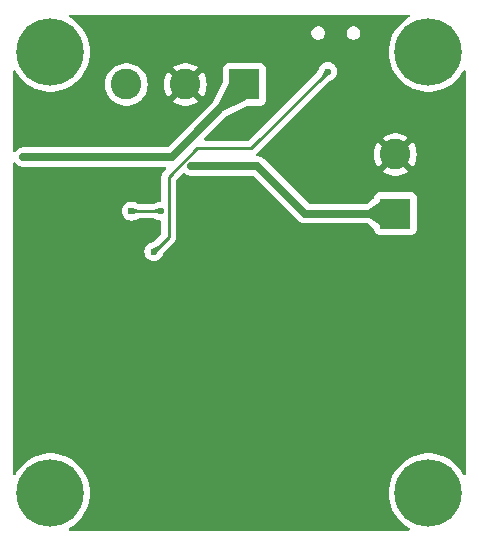
<source format=gbr>
%TF.GenerationSoftware,KiCad,Pcbnew,8.0.3-8.0.3-0~ubuntu22.04.1*%
%TF.CreationDate,2024-06-24T08:31:55-07:00*%
%TF.ProjectId,converter,636f6e76-6572-4746-9572-2e6b69636164,0.1*%
%TF.SameCoordinates,Original*%
%TF.FileFunction,Copper,L2,Bot*%
%TF.FilePolarity,Positive*%
%FSLAX46Y46*%
G04 Gerber Fmt 4.6, Leading zero omitted, Abs format (unit mm)*
G04 Created by KiCad (PCBNEW 8.0.3-8.0.3-0~ubuntu22.04.1) date 2024-06-24 08:31:55*
%MOMM*%
%LPD*%
G01*
G04 APERTURE LIST*
%TA.AperFunction,ComponentPad*%
%ADD10R,2.600000X2.600000*%
%TD*%
%TA.AperFunction,ComponentPad*%
%ADD11C,2.600000*%
%TD*%
%TA.AperFunction,ComponentPad*%
%ADD12C,3.600000*%
%TD*%
%TA.AperFunction,ConnectorPad*%
%ADD13C,5.700000*%
%TD*%
%TA.AperFunction,ViaPad*%
%ADD14C,0.600000*%
%TD*%
%TA.AperFunction,Conductor*%
%ADD15C,0.635000*%
%TD*%
%TA.AperFunction,Conductor*%
%ADD16C,0.254000*%
%TD*%
G04 APERTURE END LIST*
D10*
%TO.P,J2,1,Pin_1*%
%TO.N,HV*%
X115570000Y-64222000D03*
D11*
%TO.P,J2,2,Pin_2*%
%TO.N,GND*%
X115570000Y-59222000D03*
%TD*%
D12*
%TO.P,H3,1*%
%TO.N,N/C*%
X86360000Y-50546000D03*
D13*
X86360000Y-50546000D03*
%TD*%
D12*
%TO.P,H2,1*%
%TO.N,N/C*%
X118364000Y-87884000D03*
D13*
X118364000Y-87884000D03*
%TD*%
D10*
%TO.P,J1,1,Pin_1*%
%TO.N,+5V*%
X102790000Y-53289000D03*
D11*
%TO.P,J1,2,Pin_2*%
%TO.N,GND*%
X97790000Y-53289000D03*
%TO.P,J1,3,Pin_3*%
%TO.N,HVEN*%
X92790000Y-53289000D03*
%TD*%
D12*
%TO.P,H4,1*%
%TO.N,N/C*%
X118364000Y-50546000D03*
D13*
X118364000Y-50546000D03*
%TD*%
D12*
%TO.P,H1,1*%
%TO.N,N/C*%
X86360000Y-87884000D03*
D13*
X86360000Y-87884000D03*
%TD*%
D14*
%TO.N,GND*%
X88519000Y-71755000D03*
X88519000Y-76962000D03*
X95250000Y-73025000D03*
X88519000Y-73533000D03*
X108204000Y-56896000D03*
X93218000Y-75057000D03*
X87249000Y-54356000D03*
X103632000Y-64135000D03*
X90932000Y-76962000D03*
X95250000Y-71755000D03*
X114300000Y-54991000D03*
X93218000Y-71755000D03*
X103632000Y-66802000D03*
X93218000Y-76962000D03*
X93218000Y-73533000D03*
X90932000Y-73533000D03*
X90932000Y-71755000D03*
X90932000Y-75057000D03*
%TO.N,+5V*%
X84074000Y-59436000D03*
%TO.N,HV*%
X98298000Y-60198000D03*
%TO.N,Net-(U1-FBX)*%
X95758000Y-64008000D03*
X93218000Y-64008000D03*
%TO.N,UVLO*%
X95123000Y-67437000D03*
X109855000Y-52197000D03*
%TD*%
D15*
%TO.N,+5V*%
X96643000Y-59436000D02*
X102790000Y-53289000D01*
X84074000Y-59436000D02*
X96643000Y-59436000D01*
%TO.N,HV*%
X103886000Y-60198000D02*
X107910000Y-64222000D01*
X107910000Y-64222000D02*
X115570000Y-64222000D01*
X98298000Y-60198000D02*
X103886000Y-60198000D01*
D16*
%TO.N,Net-(U1-FBX)*%
X93218000Y-64008000D02*
X95758000Y-64008000D01*
%TO.N,UVLO*%
X103378000Y-58674000D02*
X109855000Y-52197000D01*
X98806000Y-58674000D02*
X103378000Y-58674000D01*
X96385000Y-66175000D02*
X96385000Y-61095000D01*
X96385000Y-61095000D02*
X98806000Y-58674000D01*
X95123000Y-67437000D02*
X96385000Y-66175000D01*
%TD*%
%TA.AperFunction,Conductor*%
%TO.N,Net-(U1-FBX)*%
G36*
X93343455Y-63735694D02*
G01*
X93343764Y-63735829D01*
X93448789Y-63783683D01*
X93449160Y-63783861D01*
X93531811Y-63825676D01*
X93605075Y-63856130D01*
X93692546Y-63874712D01*
X93806888Y-63880443D01*
X93814977Y-63884278D01*
X93818000Y-63892127D01*
X93818000Y-64123871D01*
X93814573Y-64132144D01*
X93806886Y-64135556D01*
X93692553Y-64141286D01*
X93692549Y-64141286D01*
X93692546Y-64141287D01*
X93631641Y-64154225D01*
X93605074Y-64159869D01*
X93531813Y-64190322D01*
X93449190Y-64232121D01*
X93448759Y-64232328D01*
X93343795Y-64280155D01*
X93334846Y-64280467D01*
X93328297Y-64274359D01*
X93328148Y-64274019D01*
X93310687Y-64232228D01*
X93218883Y-64012509D01*
X93218857Y-64003556D01*
X93218862Y-64003542D01*
X93328150Y-63741976D01*
X93334500Y-63735667D01*
X93343455Y-63735694D01*
G37*
%TD.AperFunction*%
%TD*%
%TA.AperFunction,Conductor*%
%TO.N,+5V*%
G36*
X102780921Y-53287439D02*
G01*
X102788865Y-53291572D01*
X102791560Y-53298078D01*
X102903517Y-54581014D01*
X102900822Y-54589554D01*
X102897019Y-54592533D01*
X101014912Y-55516923D01*
X101005975Y-55517494D01*
X101001481Y-55514694D01*
X100564305Y-55077518D01*
X100560878Y-55069245D01*
X100562075Y-55064090D01*
X101486467Y-53181978D01*
X101493189Y-53176065D01*
X101497981Y-53175482D01*
X102780921Y-53287439D01*
G37*
%TD.AperFunction*%
%TD*%
%TA.AperFunction,Conductor*%
%TO.N,UVLO*%
G36*
X109588985Y-52086773D02*
G01*
X109759074Y-52156614D01*
X109851184Y-52194436D01*
X109857536Y-52200748D01*
X109857563Y-52200815D01*
X109965217Y-52462991D01*
X109965190Y-52471946D01*
X109958838Y-52478258D01*
X109958492Y-52478394D01*
X109850443Y-52518798D01*
X109849993Y-52518956D01*
X109762017Y-52547821D01*
X109688685Y-52578089D01*
X109688682Y-52578090D01*
X109613696Y-52626799D01*
X109528791Y-52703600D01*
X109520356Y-52706608D01*
X109512669Y-52703196D01*
X109348803Y-52539330D01*
X109345376Y-52531057D01*
X109348399Y-52523208D01*
X109389057Y-52478258D01*
X109425196Y-52438305D01*
X109473908Y-52363315D01*
X109504179Y-52289975D01*
X109533054Y-52201965D01*
X109533185Y-52201592D01*
X109573606Y-52093505D01*
X109579713Y-52086958D01*
X109588662Y-52086646D01*
X109588985Y-52086773D01*
G37*
%TD.AperFunction*%
%TD*%
%TA.AperFunction,Conductor*%
%TO.N,Net-(U1-FBX)*%
G36*
X95647702Y-63741639D02*
G01*
X95647846Y-63741968D01*
X95703309Y-63874712D01*
X95757115Y-64003489D01*
X95757142Y-64012444D01*
X95757115Y-64012511D01*
X95647851Y-64274020D01*
X95641499Y-64280332D01*
X95632544Y-64280305D01*
X95632204Y-64280156D01*
X95527238Y-64232328D01*
X95526807Y-64232121D01*
X95444188Y-64190323D01*
X95370924Y-64159869D01*
X95283453Y-64141287D01*
X95283448Y-64141286D01*
X95283445Y-64141286D01*
X95169114Y-64135556D01*
X95161023Y-64131720D01*
X95158000Y-64123871D01*
X95158000Y-63892127D01*
X95161427Y-63883854D01*
X95169111Y-63880443D01*
X95283453Y-63874712D01*
X95370924Y-63856130D01*
X95444188Y-63825676D01*
X95526855Y-63783852D01*
X95527188Y-63783692D01*
X95632206Y-63735842D01*
X95641153Y-63735531D01*
X95647702Y-63741639D01*
G37*
%TD.AperFunction*%
%TD*%
%TA.AperFunction,Conductor*%
%TO.N,GND*%
G36*
X116761655Y-47391185D02*
G01*
X116807410Y-47443989D01*
X116817354Y-47513147D01*
X116788329Y-47576703D01*
X116758545Y-47601749D01*
X116480981Y-47768755D01*
X116391332Y-47836903D01*
X116191755Y-47988617D01*
X116191745Y-47988625D01*
X115927978Y-48238479D01*
X115692772Y-48515386D01*
X115488884Y-48816098D01*
X115488878Y-48816107D01*
X115318706Y-49137086D01*
X115318700Y-49137098D01*
X115184226Y-49474603D01*
X115184221Y-49474618D01*
X115087030Y-49824670D01*
X115087024Y-49824696D01*
X115028250Y-50183200D01*
X115028248Y-50183217D01*
X115008579Y-50545997D01*
X115008579Y-50546002D01*
X115028248Y-50908782D01*
X115028250Y-50908799D01*
X115087024Y-51267303D01*
X115087030Y-51267329D01*
X115184221Y-51617381D01*
X115184226Y-51617396D01*
X115318700Y-51954901D01*
X115318706Y-51954913D01*
X115488878Y-52275892D01*
X115488884Y-52275901D01*
X115692772Y-52576613D01*
X115845949Y-52756947D01*
X115927979Y-52853521D01*
X116191746Y-53103375D01*
X116480981Y-53323245D01*
X116792292Y-53510555D01*
X116792294Y-53510556D01*
X116792296Y-53510557D01*
X116792300Y-53510559D01*
X117077602Y-53642553D01*
X117122031Y-53663108D01*
X117466330Y-53779116D01*
X117821153Y-53857218D01*
X118182341Y-53896500D01*
X118182347Y-53896500D01*
X118545653Y-53896500D01*
X118545659Y-53896500D01*
X118906847Y-53857218D01*
X119261670Y-53779116D01*
X119605969Y-53663108D01*
X119935708Y-53510555D01*
X120247019Y-53323245D01*
X120536254Y-53103375D01*
X120800021Y-52853521D01*
X121035227Y-52576614D01*
X121239117Y-52275900D01*
X121304945Y-52151734D01*
X121353738Y-52101727D01*
X121421823Y-52086035D01*
X121487583Y-52109645D01*
X121530139Y-52165058D01*
X121538500Y-52209819D01*
X121538500Y-86220180D01*
X121518815Y-86287219D01*
X121466011Y-86332974D01*
X121396853Y-86342918D01*
X121333297Y-86313893D01*
X121304945Y-86278263D01*
X121239121Y-86154107D01*
X121239119Y-86154104D01*
X121239117Y-86154100D01*
X121035227Y-85853386D01*
X120800021Y-85576479D01*
X120536254Y-85326625D01*
X120536244Y-85326617D01*
X120467635Y-85274462D01*
X120247019Y-85106755D01*
X119935708Y-84919445D01*
X119935707Y-84919444D01*
X119935703Y-84919442D01*
X119935699Y-84919440D01*
X119605979Y-84766896D01*
X119605974Y-84766894D01*
X119605969Y-84766892D01*
X119438143Y-84710344D01*
X119261669Y-84650883D01*
X118906845Y-84572781D01*
X118545660Y-84533500D01*
X118545659Y-84533500D01*
X118182341Y-84533500D01*
X118182339Y-84533500D01*
X117821154Y-84572781D01*
X117466330Y-84650883D01*
X117200178Y-84740560D01*
X117122031Y-84766892D01*
X117122028Y-84766893D01*
X117122020Y-84766896D01*
X116792300Y-84919440D01*
X116792296Y-84919442D01*
X116560453Y-85058937D01*
X116480981Y-85106755D01*
X116391332Y-85174903D01*
X116191755Y-85326617D01*
X116191745Y-85326625D01*
X115927978Y-85576479D01*
X115692772Y-85853386D01*
X115488884Y-86154098D01*
X115488878Y-86154107D01*
X115318706Y-86475086D01*
X115318700Y-86475098D01*
X115184226Y-86812603D01*
X115184221Y-86812618D01*
X115087030Y-87162670D01*
X115087024Y-87162696D01*
X115028250Y-87521200D01*
X115028248Y-87521217D01*
X115008579Y-87883997D01*
X115008579Y-87884002D01*
X115028248Y-88246782D01*
X115028250Y-88246799D01*
X115087024Y-88605303D01*
X115087030Y-88605329D01*
X115184221Y-88955381D01*
X115184226Y-88955396D01*
X115318700Y-89292901D01*
X115318706Y-89292913D01*
X115488878Y-89613892D01*
X115488881Y-89613897D01*
X115488883Y-89613900D01*
X115692773Y-89914614D01*
X115927979Y-90191521D01*
X116191746Y-90441375D01*
X116480981Y-90661245D01*
X116758545Y-90828250D01*
X116805840Y-90879679D01*
X116817822Y-90948514D01*
X116790687Y-91012899D01*
X116733050Y-91052393D01*
X116694616Y-91058500D01*
X88029384Y-91058500D01*
X87962345Y-91038815D01*
X87916590Y-90986011D01*
X87906646Y-90916853D01*
X87935671Y-90853297D01*
X87965455Y-90828250D01*
X88243019Y-90661245D01*
X88532254Y-90441375D01*
X88796021Y-90191521D01*
X89031227Y-89914614D01*
X89235117Y-89613900D01*
X89405298Y-89292905D01*
X89539775Y-88955391D01*
X89636973Y-88605316D01*
X89695751Y-88246785D01*
X89715421Y-87884000D01*
X89695751Y-87521215D01*
X89636973Y-87162684D01*
X89619097Y-87098303D01*
X89539778Y-86812618D01*
X89539773Y-86812603D01*
X89405299Y-86475098D01*
X89405298Y-86475095D01*
X89293881Y-86264940D01*
X89235121Y-86154107D01*
X89235119Y-86154104D01*
X89235117Y-86154100D01*
X89031227Y-85853386D01*
X88796021Y-85576479D01*
X88532254Y-85326625D01*
X88532244Y-85326617D01*
X88463635Y-85274462D01*
X88243019Y-85106755D01*
X87931708Y-84919445D01*
X87931707Y-84919444D01*
X87931703Y-84919442D01*
X87931699Y-84919440D01*
X87601979Y-84766896D01*
X87601974Y-84766894D01*
X87601969Y-84766892D01*
X87434143Y-84710344D01*
X87257669Y-84650883D01*
X86902845Y-84572781D01*
X86541660Y-84533500D01*
X86541659Y-84533500D01*
X86178341Y-84533500D01*
X86178339Y-84533500D01*
X85817154Y-84572781D01*
X85462330Y-84650883D01*
X85196178Y-84740560D01*
X85118031Y-84766892D01*
X85118028Y-84766893D01*
X85118020Y-84766896D01*
X84788300Y-84919440D01*
X84788296Y-84919442D01*
X84556453Y-85058937D01*
X84476981Y-85106755D01*
X84387332Y-85174903D01*
X84187755Y-85326617D01*
X84187745Y-85326625D01*
X83923978Y-85576479D01*
X83688772Y-85853386D01*
X83484884Y-86154098D01*
X83484878Y-86154107D01*
X83419055Y-86278263D01*
X83370262Y-86328273D01*
X83302177Y-86343964D01*
X83236417Y-86320354D01*
X83193860Y-86264940D01*
X83185500Y-86220180D01*
X83185500Y-59987400D01*
X83205185Y-59920361D01*
X83257989Y-59874606D01*
X83327147Y-59864662D01*
X83390703Y-59893687D01*
X83412601Y-59918508D01*
X83426227Y-59938900D01*
X83438619Y-59957447D01*
X83552552Y-60071380D01*
X83686533Y-60160903D01*
X83760965Y-60191733D01*
X83835398Y-60222565D01*
X83993429Y-60253999D01*
X83993433Y-60254000D01*
X83993434Y-60254000D01*
X96039219Y-60254000D01*
X96106258Y-60273685D01*
X96152013Y-60326489D01*
X96161957Y-60395647D01*
X96132932Y-60459203D01*
X96126900Y-60465681D01*
X95984992Y-60607589D01*
X95941289Y-60651292D01*
X95897586Y-60694994D01*
X95897585Y-60694996D01*
X95828233Y-60798789D01*
X95826586Y-60803393D01*
X95781614Y-60911964D01*
X95779438Y-60922903D01*
X95763394Y-61003565D01*
X95763394Y-61003566D01*
X95757500Y-61033195D01*
X95757500Y-63091677D01*
X95737815Y-63158716D01*
X95685011Y-63204471D01*
X95647385Y-63214897D01*
X95578747Y-63222631D01*
X95450517Y-63267500D01*
X95444413Y-63269459D01*
X95435735Y-63271999D01*
X95422614Y-63275840D01*
X95417880Y-63277996D01*
X95414190Y-63279678D01*
X95411416Y-63280794D01*
X95407028Y-63282909D01*
X95404617Y-63284039D01*
X95317599Y-63323688D01*
X95308268Y-63328056D01*
X95307967Y-63328200D01*
X95298564Y-63332836D01*
X95245302Y-63359784D01*
X95195534Y-63372983D01*
X95143821Y-63375575D01*
X95096807Y-63379871D01*
X95096764Y-63379411D01*
X95084905Y-63380500D01*
X93869395Y-63380500D01*
X93845628Y-63378201D01*
X93832189Y-63375576D01*
X93832182Y-63375575D01*
X93780464Y-63372983D01*
X93730695Y-63359785D01*
X93677339Y-63332791D01*
X93667850Y-63328114D01*
X93667629Y-63328008D01*
X93667455Y-63327925D01*
X93658385Y-63323683D01*
X93658369Y-63323675D01*
X93658329Y-63323657D01*
X93571464Y-63284077D01*
X93569104Y-63282972D01*
X93564529Y-63280770D01*
X93561766Y-63279659D01*
X93553360Y-63275829D01*
X93553302Y-63275803D01*
X93546216Y-63272640D01*
X93545834Y-63272473D01*
X93545806Y-63272462D01*
X93487341Y-63251104D01*
X93487328Y-63251100D01*
X93484048Y-63250619D01*
X93461117Y-63244978D01*
X93397252Y-63222631D01*
X93218004Y-63202435D01*
X93217996Y-63202435D01*
X93038750Y-63222630D01*
X93038745Y-63222631D01*
X92868476Y-63282211D01*
X92715737Y-63378184D01*
X92588184Y-63505737D01*
X92492211Y-63658476D01*
X92432631Y-63828745D01*
X92432630Y-63828750D01*
X92412435Y-64007996D01*
X92412435Y-64008003D01*
X92432630Y-64187249D01*
X92432631Y-64187254D01*
X92492211Y-64357523D01*
X92588184Y-64510262D01*
X92715738Y-64637816D01*
X92734941Y-64649882D01*
X92867252Y-64733019D01*
X92868478Y-64733789D01*
X92910480Y-64748486D01*
X93038745Y-64793368D01*
X93038750Y-64793369D01*
X93217996Y-64813565D01*
X93218000Y-64813565D01*
X93218004Y-64813565D01*
X93397251Y-64793369D01*
X93397253Y-64793368D01*
X93397255Y-64793368D01*
X93525526Y-64748483D01*
X93531640Y-64746520D01*
X93533257Y-64746046D01*
X93553394Y-64740153D01*
X93561686Y-64736374D01*
X93564532Y-64735231D01*
X93569077Y-64733039D01*
X93571509Y-64731897D01*
X93658358Y-64692326D01*
X93667608Y-64687998D01*
X93668039Y-64687791D01*
X93677383Y-64683184D01*
X93730699Y-64656211D01*
X93780464Y-64643014D01*
X93832188Y-64640422D01*
X93873490Y-64636649D01*
X93873491Y-64636648D01*
X93879171Y-64636130D01*
X93879212Y-64636588D01*
X93891078Y-64635500D01*
X95106612Y-64635500D01*
X95130380Y-64637798D01*
X95143811Y-64640422D01*
X95195532Y-64643014D01*
X95245300Y-64656212D01*
X95298609Y-64683182D01*
X95307958Y-64687791D01*
X95308389Y-64687998D01*
X95317639Y-64692326D01*
X95404566Y-64731934D01*
X95406880Y-64733019D01*
X95408473Y-64733786D01*
X95408478Y-64733789D01*
X95408482Y-64733790D01*
X95411495Y-64735241D01*
X95414276Y-64736359D01*
X95422601Y-64740152D01*
X95422728Y-64740210D01*
X95429214Y-64743108D01*
X95429243Y-64743121D01*
X95429304Y-64743148D01*
X95429644Y-64743297D01*
X95488666Y-64764897D01*
X95491940Y-64765377D01*
X95514878Y-64771020D01*
X95578741Y-64793367D01*
X95578742Y-64793367D01*
X95578745Y-64793368D01*
X95647384Y-64801101D01*
X95711796Y-64828166D01*
X95751352Y-64885760D01*
X95757500Y-64924321D01*
X95757500Y-65863718D01*
X95737815Y-65930757D01*
X95721181Y-65951399D01*
X95139898Y-66532681D01*
X95121468Y-66547861D01*
X95110109Y-66555507D01*
X95071696Y-66590253D01*
X95027173Y-66616110D01*
X94970431Y-66634726D01*
X94960477Y-66638106D01*
X94960160Y-66638218D01*
X94960127Y-66638229D01*
X94960087Y-66638244D01*
X94953015Y-66640807D01*
X94950513Y-66641715D01*
X94842333Y-66682170D01*
X94833342Y-66685632D01*
X94833015Y-66685762D01*
X94833008Y-66685764D01*
X94833003Y-66685767D01*
X94832996Y-66685770D01*
X94832992Y-66685772D01*
X94799219Y-66701543D01*
X94787714Y-66706229D01*
X94773482Y-66711209D01*
X94773478Y-66711211D01*
X94620737Y-66807184D01*
X94493184Y-66934737D01*
X94397211Y-67087476D01*
X94337631Y-67257745D01*
X94337630Y-67257750D01*
X94317435Y-67436996D01*
X94317435Y-67437003D01*
X94337630Y-67616249D01*
X94337631Y-67616254D01*
X94397211Y-67786523D01*
X94493184Y-67939262D01*
X94620738Y-68066816D01*
X94773478Y-68162789D01*
X94943745Y-68222368D01*
X94943750Y-68222369D01*
X95122996Y-68242565D01*
X95123000Y-68242565D01*
X95123004Y-68242565D01*
X95302249Y-68222369D01*
X95302252Y-68222368D01*
X95302255Y-68222368D01*
X95472522Y-68162789D01*
X95625262Y-68066816D01*
X95752816Y-67939262D01*
X95848789Y-67786522D01*
X95860782Y-67752246D01*
X95869035Y-67733697D01*
X95877873Y-67717545D01*
X95918277Y-67609496D01*
X95921753Y-67599907D01*
X95921911Y-67599457D01*
X95925264Y-67589582D01*
X95925264Y-67589581D01*
X95925282Y-67589529D01*
X95943885Y-67532826D01*
X95969747Y-67488297D01*
X96004483Y-67449896D01*
X96034682Y-67413626D01*
X96035041Y-67413925D01*
X96042647Y-67404770D01*
X96872411Y-66575008D01*
X96885439Y-66555510D01*
X96941083Y-66472233D01*
X96961597Y-66422708D01*
X96988386Y-66358034D01*
X97012500Y-66236803D01*
X97012500Y-66113196D01*
X97012500Y-61406280D01*
X97032185Y-61339241D01*
X97048815Y-61318603D01*
X97567614Y-60799803D01*
X97628937Y-60766319D01*
X97698629Y-60771303D01*
X97742976Y-60799804D01*
X97776552Y-60833380D01*
X97910533Y-60922903D01*
X97984965Y-60953733D01*
X98059398Y-60984565D01*
X98217429Y-61015999D01*
X98217433Y-61016000D01*
X98217434Y-61016000D01*
X103495811Y-61016000D01*
X103562850Y-61035685D01*
X103583492Y-61052319D01*
X107388551Y-64857379D01*
X107388555Y-64857382D01*
X107522524Y-64946898D01*
X107522537Y-64946905D01*
X107542239Y-64955065D01*
X107555376Y-64960506D01*
X107555378Y-64960508D01*
X107555379Y-64960508D01*
X107671398Y-65008565D01*
X107829429Y-65039999D01*
X107829433Y-65040000D01*
X107829434Y-65040000D01*
X113068332Y-65040000D01*
X113135371Y-65059685D01*
X113138234Y-65061580D01*
X113715402Y-65455498D01*
X113759677Y-65509549D01*
X113769500Y-65557910D01*
X113769500Y-65569865D01*
X113769501Y-65569877D01*
X113775908Y-65629483D01*
X113826202Y-65764328D01*
X113826206Y-65764335D01*
X113912452Y-65879544D01*
X113912455Y-65879547D01*
X114027664Y-65965793D01*
X114027671Y-65965797D01*
X114162517Y-66016091D01*
X114162516Y-66016091D01*
X114169444Y-66016835D01*
X114222127Y-66022500D01*
X116917872Y-66022499D01*
X116977483Y-66016091D01*
X117112331Y-65965796D01*
X117227546Y-65879546D01*
X117313796Y-65764331D01*
X117364091Y-65629483D01*
X117370500Y-65569873D01*
X117370499Y-62874128D01*
X117364091Y-62814517D01*
X117313796Y-62679669D01*
X117313795Y-62679668D01*
X117313793Y-62679664D01*
X117227547Y-62564455D01*
X117227544Y-62564452D01*
X117112335Y-62478206D01*
X117112328Y-62478202D01*
X116977482Y-62427908D01*
X116977483Y-62427908D01*
X116917883Y-62421501D01*
X116917881Y-62421500D01*
X116917873Y-62421500D01*
X116917864Y-62421500D01*
X114222129Y-62421500D01*
X114222123Y-62421501D01*
X114162516Y-62427908D01*
X114027671Y-62478202D01*
X114027664Y-62478206D01*
X113912455Y-62564452D01*
X113912452Y-62564455D01*
X113826206Y-62679664D01*
X113826202Y-62679671D01*
X113775908Y-62814517D01*
X113769501Y-62874116D01*
X113769501Y-62874123D01*
X113769500Y-62874135D01*
X113769500Y-62886081D01*
X113749815Y-62953120D01*
X113715401Y-62988501D01*
X113138231Y-63382420D01*
X113071763Y-63403952D01*
X113068330Y-63404000D01*
X108300189Y-63404000D01*
X108233150Y-63384315D01*
X108212508Y-63367681D01*
X104407448Y-59562620D01*
X104407444Y-59562617D01*
X104273471Y-59473098D01*
X104273468Y-59473097D01*
X104183907Y-59436000D01*
X104124602Y-59411435D01*
X104124594Y-59411433D01*
X103966570Y-59380000D01*
X103966566Y-59380000D01*
X103858214Y-59380000D01*
X103791175Y-59360315D01*
X103745420Y-59307511D01*
X103735476Y-59238353D01*
X103742946Y-59221995D01*
X113764953Y-59221995D01*
X113764953Y-59222004D01*
X113785113Y-59491026D01*
X113785113Y-59491028D01*
X113845142Y-59754033D01*
X113845148Y-59754052D01*
X113943709Y-60005181D01*
X113943708Y-60005181D01*
X114078602Y-60238822D01*
X114132294Y-60306151D01*
X114132295Y-60306151D01*
X114968958Y-59469488D01*
X114993978Y-59529890D01*
X115065112Y-59636351D01*
X115155649Y-59726888D01*
X115262110Y-59798022D01*
X115322510Y-59823041D01*
X114484848Y-60660702D01*
X114667483Y-60785220D01*
X114667485Y-60785221D01*
X114910539Y-60902269D01*
X114910537Y-60902269D01*
X115168337Y-60981790D01*
X115168343Y-60981792D01*
X115435101Y-61021999D01*
X115435110Y-61022000D01*
X115704890Y-61022000D01*
X115704898Y-61021999D01*
X115971656Y-60981792D01*
X115971662Y-60981790D01*
X116229461Y-60902269D01*
X116472521Y-60785218D01*
X116655150Y-60660702D01*
X115817488Y-59823041D01*
X115877890Y-59798022D01*
X115984351Y-59726888D01*
X116074888Y-59636351D01*
X116146022Y-59529890D01*
X116171041Y-59469488D01*
X117007703Y-60306151D01*
X117007704Y-60306150D01*
X117061393Y-60238828D01*
X117061400Y-60238817D01*
X117196290Y-60005181D01*
X117294851Y-59754052D01*
X117294857Y-59754033D01*
X117354886Y-59491028D01*
X117354886Y-59491026D01*
X117375047Y-59222004D01*
X117375047Y-59221995D01*
X117354886Y-58952973D01*
X117354886Y-58952971D01*
X117294857Y-58689966D01*
X117294851Y-58689947D01*
X117196290Y-58438818D01*
X117196291Y-58438818D01*
X117061397Y-58205177D01*
X117007704Y-58137847D01*
X116171041Y-58974510D01*
X116146022Y-58914110D01*
X116074888Y-58807649D01*
X115984351Y-58717112D01*
X115877890Y-58645978D01*
X115817488Y-58620958D01*
X116655150Y-57783296D01*
X116472517Y-57658779D01*
X116472516Y-57658778D01*
X116229460Y-57541730D01*
X116229462Y-57541730D01*
X115971662Y-57462209D01*
X115971656Y-57462207D01*
X115704898Y-57422000D01*
X115435101Y-57422000D01*
X115168343Y-57462207D01*
X115168337Y-57462209D01*
X114910538Y-57541730D01*
X114667485Y-57658778D01*
X114667476Y-57658783D01*
X114484848Y-57783296D01*
X115322511Y-58620958D01*
X115262110Y-58645978D01*
X115155649Y-58717112D01*
X115065112Y-58807649D01*
X114993978Y-58914110D01*
X114968958Y-58974511D01*
X114132295Y-58137848D01*
X114078600Y-58205180D01*
X113943709Y-58438818D01*
X113845148Y-58689947D01*
X113845142Y-58689966D01*
X113785113Y-58952971D01*
X113785113Y-58952973D01*
X113764953Y-59221995D01*
X103742946Y-59221995D01*
X103764501Y-59174797D01*
X103773761Y-59165780D01*
X103773700Y-59165719D01*
X103781438Y-59157981D01*
X103865411Y-59074008D01*
X109838116Y-53101301D01*
X109856535Y-53086131D01*
X109867894Y-53078485D01*
X109906299Y-53043744D01*
X109950825Y-53017885D01*
X109966231Y-53012830D01*
X110007529Y-52999282D01*
X110007582Y-52999264D01*
X110017457Y-52995911D01*
X110017907Y-52995753D01*
X110027496Y-52992277D01*
X110135545Y-52951873D01*
X110143413Y-52948856D01*
X110143759Y-52948720D01*
X110178631Y-52932491D01*
X110189998Y-52927871D01*
X110192917Y-52926849D01*
X110204522Y-52922789D01*
X110357262Y-52826816D01*
X110484816Y-52699262D01*
X110580789Y-52546522D01*
X110640368Y-52376255D01*
X110651675Y-52275901D01*
X110660565Y-52197003D01*
X110660565Y-52196996D01*
X110640369Y-52017750D01*
X110640368Y-52017745D01*
X110613559Y-51941129D01*
X110580789Y-51847478D01*
X110484816Y-51694738D01*
X110357262Y-51567184D01*
X110322278Y-51545202D01*
X110204523Y-51471211D01*
X110034254Y-51411631D01*
X110034249Y-51411630D01*
X109855004Y-51391435D01*
X109854996Y-51391435D01*
X109675750Y-51411630D01*
X109675745Y-51411631D01*
X109505476Y-51471211D01*
X109352737Y-51567184D01*
X109225184Y-51694737D01*
X109129211Y-51847478D01*
X109129209Y-51847482D01*
X109117222Y-51881736D01*
X109108966Y-51900292D01*
X109100133Y-51916436D01*
X109100132Y-51916437D01*
X109059696Y-52024564D01*
X109056235Y-52034109D01*
X109056130Y-52034409D01*
X109052736Y-52044403D01*
X109034109Y-52101176D01*
X109008253Y-52145696D01*
X108973508Y-52184110D01*
X108943323Y-52220366D01*
X108942974Y-52220075D01*
X108935347Y-52229232D01*
X103154400Y-58010181D01*
X103093077Y-58043666D01*
X103066719Y-58046500D01*
X99488689Y-58046500D01*
X99421650Y-58026815D01*
X99375895Y-57974011D01*
X99365951Y-57904853D01*
X99394976Y-57841297D01*
X99401008Y-57834819D01*
X99813826Y-57422000D01*
X101277091Y-55958733D01*
X101310099Y-55935120D01*
X103005972Y-55102198D01*
X103060637Y-55089499D01*
X104137871Y-55089499D01*
X104137872Y-55089499D01*
X104197483Y-55083091D01*
X104332331Y-55032796D01*
X104447546Y-54946546D01*
X104533796Y-54831331D01*
X104584091Y-54696483D01*
X104590500Y-54636873D01*
X104590499Y-51941128D01*
X104584091Y-51881517D01*
X104582542Y-51877365D01*
X104533797Y-51746671D01*
X104533793Y-51746664D01*
X104447547Y-51631455D01*
X104447544Y-51631452D01*
X104332335Y-51545206D01*
X104332328Y-51545202D01*
X104197482Y-51494908D01*
X104197483Y-51494908D01*
X104137883Y-51488501D01*
X104137881Y-51488500D01*
X104137873Y-51488500D01*
X104137864Y-51488500D01*
X101442129Y-51488500D01*
X101442123Y-51488501D01*
X101382516Y-51494908D01*
X101247671Y-51545202D01*
X101247664Y-51545206D01*
X101132455Y-51631452D01*
X101132452Y-51631455D01*
X101046206Y-51746664D01*
X101046202Y-51746671D01*
X100995908Y-51881517D01*
X100992154Y-51916441D01*
X100989501Y-51941123D01*
X100989500Y-51941135D01*
X100989500Y-53018359D01*
X100976800Y-53073024D01*
X100143878Y-54768897D01*
X100120259Y-54801913D01*
X96340492Y-58581681D01*
X96279169Y-58615166D01*
X96252811Y-58618000D01*
X83993429Y-58618000D01*
X83835405Y-58649433D01*
X83835397Y-58649435D01*
X83686533Y-58711096D01*
X83552552Y-58800619D01*
X83438620Y-58914551D01*
X83438617Y-58914555D01*
X83412602Y-58953490D01*
X83358990Y-58998295D01*
X83289665Y-59007002D01*
X83226637Y-58976847D01*
X83189918Y-58917404D01*
X83185500Y-58884599D01*
X83185500Y-52209819D01*
X83205185Y-52142780D01*
X83257989Y-52097025D01*
X83327147Y-52087081D01*
X83390703Y-52116106D01*
X83419053Y-52151733D01*
X83482911Y-52272180D01*
X83484885Y-52275903D01*
X83688772Y-52576613D01*
X83841949Y-52756947D01*
X83923979Y-52853521D01*
X84187746Y-53103375D01*
X84476981Y-53323245D01*
X84788292Y-53510555D01*
X84788294Y-53510556D01*
X84788296Y-53510557D01*
X84788300Y-53510559D01*
X85073602Y-53642553D01*
X85118031Y-53663108D01*
X85462330Y-53779116D01*
X85817153Y-53857218D01*
X86178341Y-53896500D01*
X86178347Y-53896500D01*
X86541653Y-53896500D01*
X86541659Y-53896500D01*
X86902847Y-53857218D01*
X87257670Y-53779116D01*
X87601969Y-53663108D01*
X87931708Y-53510555D01*
X88243019Y-53323245D01*
X88288074Y-53288995D01*
X90984451Y-53288995D01*
X90984451Y-53289004D01*
X91004616Y-53558101D01*
X91064664Y-53821188D01*
X91064666Y-53821195D01*
X91110901Y-53939000D01*
X91163257Y-54072398D01*
X91298185Y-54306102D01*
X91351655Y-54373151D01*
X91466442Y-54517089D01*
X91653183Y-54690358D01*
X91664259Y-54700635D01*
X91887226Y-54852651D01*
X92130359Y-54969738D01*
X92388228Y-55049280D01*
X92388229Y-55049280D01*
X92388232Y-55049281D01*
X92655063Y-55089499D01*
X92655068Y-55089499D01*
X92655071Y-55089500D01*
X92655072Y-55089500D01*
X92924928Y-55089500D01*
X92924929Y-55089500D01*
X92924936Y-55089499D01*
X93191767Y-55049281D01*
X93191768Y-55049280D01*
X93191772Y-55049280D01*
X93449641Y-54969738D01*
X93692775Y-54852651D01*
X93915741Y-54700635D01*
X94113561Y-54517085D01*
X94281815Y-54306102D01*
X94416743Y-54072398D01*
X94515334Y-53821195D01*
X94575383Y-53558103D01*
X94595549Y-53289000D01*
X94595549Y-53288995D01*
X95984953Y-53288995D01*
X95984953Y-53289004D01*
X96005113Y-53558026D01*
X96005113Y-53558028D01*
X96065142Y-53821033D01*
X96065148Y-53821052D01*
X96163709Y-54072181D01*
X96163708Y-54072181D01*
X96298602Y-54305822D01*
X96352294Y-54373151D01*
X96352295Y-54373151D01*
X97188958Y-53536488D01*
X97213978Y-53596890D01*
X97285112Y-53703351D01*
X97375649Y-53793888D01*
X97482110Y-53865022D01*
X97542510Y-53890041D01*
X96704848Y-54727702D01*
X96887483Y-54852220D01*
X96887485Y-54852221D01*
X97130539Y-54969269D01*
X97130537Y-54969269D01*
X97388337Y-55048790D01*
X97388343Y-55048792D01*
X97655101Y-55088999D01*
X97655110Y-55089000D01*
X97924890Y-55089000D01*
X97924898Y-55088999D01*
X98191656Y-55048792D01*
X98191662Y-55048790D01*
X98449461Y-54969269D01*
X98692521Y-54852218D01*
X98875150Y-54727702D01*
X98037488Y-53890041D01*
X98097890Y-53865022D01*
X98204351Y-53793888D01*
X98294888Y-53703351D01*
X98366022Y-53596890D01*
X98391041Y-53536488D01*
X99227703Y-54373151D01*
X99227704Y-54373150D01*
X99281393Y-54305828D01*
X99281400Y-54305817D01*
X99416290Y-54072181D01*
X99514851Y-53821052D01*
X99514857Y-53821033D01*
X99574886Y-53558028D01*
X99574886Y-53558026D01*
X99595047Y-53289004D01*
X99595047Y-53288995D01*
X99574886Y-53019973D01*
X99574886Y-53019971D01*
X99514857Y-52756966D01*
X99514851Y-52756947D01*
X99416290Y-52505818D01*
X99416291Y-52505818D01*
X99281397Y-52272177D01*
X99227704Y-52204847D01*
X98391041Y-53041510D01*
X98366022Y-52981110D01*
X98294888Y-52874649D01*
X98204351Y-52784112D01*
X98097890Y-52712978D01*
X98037488Y-52687958D01*
X98875150Y-51850296D01*
X98692517Y-51725779D01*
X98692516Y-51725778D01*
X98449460Y-51608730D01*
X98449462Y-51608730D01*
X98191662Y-51529209D01*
X98191656Y-51529207D01*
X97924898Y-51489000D01*
X97655101Y-51489000D01*
X97388343Y-51529207D01*
X97388337Y-51529209D01*
X97130538Y-51608730D01*
X96887485Y-51725778D01*
X96887476Y-51725783D01*
X96704848Y-51850296D01*
X97542511Y-52687958D01*
X97482110Y-52712978D01*
X97375649Y-52784112D01*
X97285112Y-52874649D01*
X97213978Y-52981110D01*
X97188958Y-53041511D01*
X96352295Y-52204848D01*
X96298600Y-52272180D01*
X96163709Y-52505818D01*
X96065148Y-52756947D01*
X96065142Y-52756966D01*
X96005113Y-53019971D01*
X96005113Y-53019973D01*
X95984953Y-53288995D01*
X94595549Y-53288995D01*
X94575383Y-53019897D01*
X94515334Y-52756805D01*
X94416743Y-52505602D01*
X94281815Y-52271898D01*
X94113561Y-52060915D01*
X94113560Y-52060914D01*
X94113557Y-52060910D01*
X93915741Y-51877365D01*
X93871902Y-51847476D01*
X93692775Y-51725349D01*
X93692769Y-51725346D01*
X93692768Y-51725345D01*
X93692767Y-51725344D01*
X93449643Y-51608263D01*
X93449645Y-51608263D01*
X93191773Y-51528720D01*
X93191767Y-51528718D01*
X92924936Y-51488500D01*
X92924929Y-51488500D01*
X92655071Y-51488500D01*
X92655063Y-51488500D01*
X92388232Y-51528718D01*
X92388226Y-51528720D01*
X92130358Y-51608262D01*
X91887230Y-51725346D01*
X91664258Y-51877365D01*
X91466442Y-52060910D01*
X91298185Y-52271898D01*
X91163258Y-52505599D01*
X91163256Y-52505603D01*
X91064666Y-52756804D01*
X91064664Y-52756811D01*
X91004616Y-53019898D01*
X90984451Y-53288995D01*
X88288074Y-53288995D01*
X88532254Y-53103375D01*
X88796021Y-52853521D01*
X89031227Y-52576614D01*
X89235117Y-52275900D01*
X89405298Y-51954905D01*
X89539775Y-51617391D01*
X89542310Y-51608263D01*
X89636969Y-51267329D01*
X89636973Y-51267316D01*
X89695751Y-50908785D01*
X89715421Y-50546000D01*
X89695751Y-50183215D01*
X89636973Y-49824684D01*
X89553350Y-49523500D01*
X89539778Y-49474618D01*
X89539773Y-49474603D01*
X89405299Y-49137098D01*
X89405298Y-49137095D01*
X89263678Y-48869971D01*
X108448500Y-48869971D01*
X108448500Y-49022029D01*
X108479330Y-49137086D01*
X108487857Y-49168910D01*
X108541296Y-49261468D01*
X108563885Y-49300593D01*
X108671407Y-49408115D01*
X108763968Y-49461555D01*
X108803089Y-49484142D01*
X108803090Y-49484142D01*
X108803093Y-49484144D01*
X108949971Y-49523500D01*
X108949974Y-49523500D01*
X109102026Y-49523500D01*
X109102029Y-49523500D01*
X109248907Y-49484144D01*
X109380593Y-49408115D01*
X109488115Y-49300593D01*
X109564144Y-49168907D01*
X109603500Y-49022029D01*
X109603500Y-48869971D01*
X111448500Y-48869971D01*
X111448500Y-49022029D01*
X111479330Y-49137086D01*
X111487857Y-49168910D01*
X111541296Y-49261468D01*
X111563885Y-49300593D01*
X111671407Y-49408115D01*
X111763968Y-49461555D01*
X111803089Y-49484142D01*
X111803090Y-49484142D01*
X111803093Y-49484144D01*
X111949971Y-49523500D01*
X111949974Y-49523500D01*
X112102026Y-49523500D01*
X112102029Y-49523500D01*
X112248907Y-49484144D01*
X112380593Y-49408115D01*
X112488115Y-49300593D01*
X112564144Y-49168907D01*
X112603500Y-49022029D01*
X112603500Y-48869971D01*
X112564144Y-48723093D01*
X112488115Y-48591407D01*
X112380593Y-48483885D01*
X112341468Y-48461296D01*
X112248910Y-48407857D01*
X112248911Y-48407857D01*
X112236866Y-48404629D01*
X112102029Y-48368500D01*
X111949971Y-48368500D01*
X111815133Y-48404629D01*
X111803089Y-48407857D01*
X111671410Y-48483883D01*
X111671404Y-48483887D01*
X111563887Y-48591404D01*
X111563883Y-48591410D01*
X111487857Y-48723089D01*
X111487856Y-48723093D01*
X111448500Y-48869971D01*
X109603500Y-48869971D01*
X109564144Y-48723093D01*
X109488115Y-48591407D01*
X109380593Y-48483885D01*
X109341468Y-48461296D01*
X109248910Y-48407857D01*
X109248911Y-48407857D01*
X109236866Y-48404629D01*
X109102029Y-48368500D01*
X108949971Y-48368500D01*
X108815133Y-48404629D01*
X108803089Y-48407857D01*
X108671410Y-48483883D01*
X108671404Y-48483887D01*
X108563887Y-48591404D01*
X108563883Y-48591410D01*
X108487857Y-48723089D01*
X108487856Y-48723093D01*
X108448500Y-48869971D01*
X89263678Y-48869971D01*
X89235117Y-48816100D01*
X89031227Y-48515386D01*
X88796021Y-48238479D01*
X88532254Y-47988625D01*
X88532244Y-47988617D01*
X88463635Y-47936462D01*
X88243019Y-47768755D01*
X87965454Y-47601749D01*
X87918160Y-47550321D01*
X87906178Y-47481486D01*
X87933313Y-47417101D01*
X87990950Y-47377607D01*
X88029384Y-47371500D01*
X116694616Y-47371500D01*
X116761655Y-47391185D01*
G37*
%TD.AperFunction*%
%TD*%
%TA.AperFunction,Conductor*%
%TO.N,HV*%
G36*
X114276722Y-63227167D02*
G01*
X115558931Y-64212724D01*
X115563402Y-64220482D01*
X115561077Y-64229130D01*
X115558931Y-64231276D01*
X114276722Y-65216832D01*
X114268074Y-65219157D01*
X114262996Y-65217220D01*
X113275104Y-64542983D01*
X113270203Y-64535489D01*
X113270000Y-64533319D01*
X113270000Y-63910680D01*
X113273427Y-63902407D01*
X113275100Y-63901018D01*
X114262998Y-63226778D01*
X114271762Y-63224946D01*
X114276722Y-63227167D01*
G37*
%TD.AperFunction*%
%TD*%
%TA.AperFunction,Conductor*%
%TO.N,UVLO*%
G36*
X95465330Y-66930803D02*
G01*
X95629196Y-67094669D01*
X95632623Y-67102942D01*
X95629600Y-67110791D01*
X95552799Y-67195696D01*
X95504090Y-67270682D01*
X95504089Y-67270685D01*
X95473821Y-67344017D01*
X95444956Y-67431993D01*
X95444798Y-67432443D01*
X95404394Y-67540492D01*
X95398286Y-67547041D01*
X95389337Y-67547353D01*
X95388991Y-67547217D01*
X95126815Y-67439563D01*
X95120463Y-67433251D01*
X95120436Y-67433184D01*
X95053710Y-67270682D01*
X95012782Y-67171007D01*
X95012809Y-67162053D01*
X95019161Y-67155741D01*
X95019469Y-67155619D01*
X95127592Y-67115185D01*
X95127965Y-67115054D01*
X95215975Y-67086179D01*
X95289315Y-67055908D01*
X95364305Y-67007196D01*
X95449208Y-66930398D01*
X95457643Y-66927391D01*
X95465330Y-66930803D01*
G37*
%TD.AperFunction*%
%TD*%
M02*

</source>
